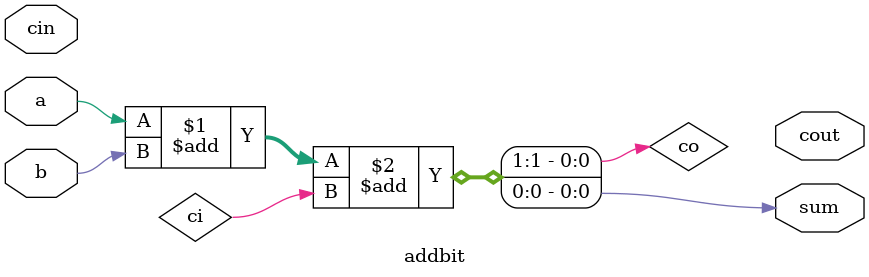
<source format=v>

module addbit (
a, 
b, 
cin, 
sum, 
cout
);


input a;
input b;
input cin;
output sum;
output cout;

assign {co,sum} = a + b + ci;

endmodule

</source>
